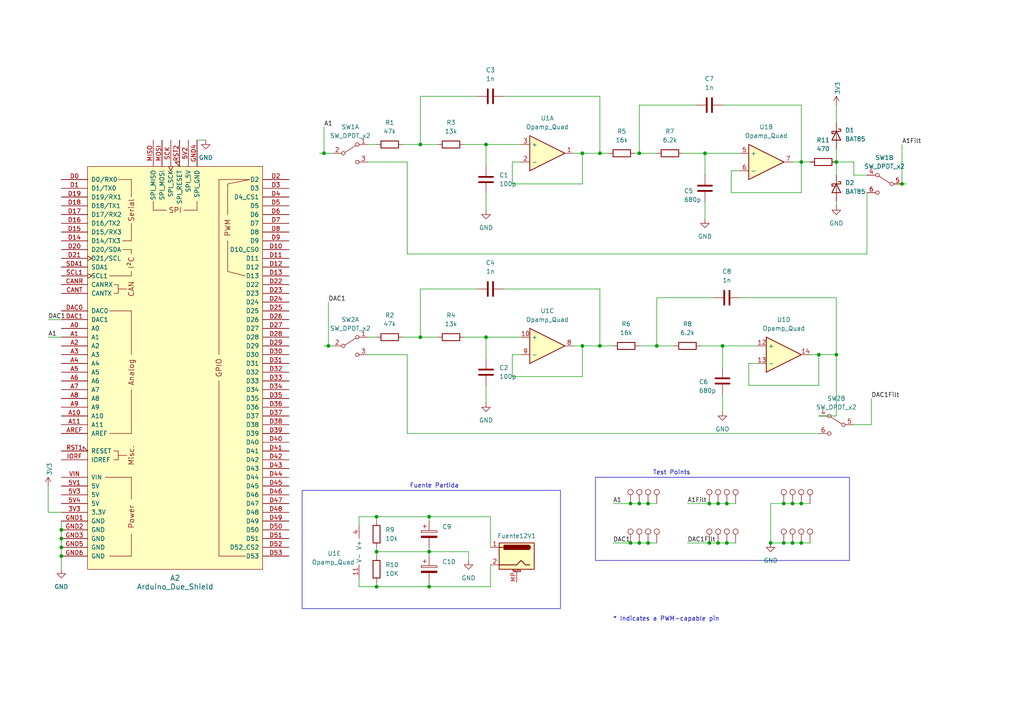
<source format=kicad_sch>
(kicad_sch (version 20231120) (generator "eeschema") (generator_version "8.0")
  (paper "A4")
  (title_block (date "mar. 31 mars 2015"))
  (lib_symbols
    (symbol "Connector:Barrel_Jack_MountingPin" (pin_names hide)
      (property "Reference" "J" (at 0 5.334 0))
      (property "Value" "Barrel_Jack_MountingPin" (at 1.27 -6.35 0))
      (symbol "Barrel_Jack_MountingPin_0_1"
        (rectangle (start -5.08 3.81) (end 5.08 -3.81) (stroke (width 0.254)) (fill (type background)))
        (arc (start -3.302 3.175) (mid -3.9343 2.54) (end -3.302 1.905) (stroke (width 0.254)))
        (arc (start -3.302 3.175) (mid -3.9343 2.54) (end -3.302 1.905) (stroke (width 0.254)) (fill (type outline)))
        (polyline (pts (xy 5.08 2.54) (xy 3.81 2.54)) (stroke (width 0.254)))
        (polyline (pts (xy -3.81 -2.54) (xy -2.54 -2.54) (xy -1.27 -1.27) (xy 0 -2.54) (xy 2.54 -2.54) (xy 5.08 -2.54)) (stroke (width 0.254)))
        (rectangle (start 3.683 3.175) (end -3.302 1.905) (stroke (width 0.254)) (fill (type outline)))
      )
      (symbol "Barrel_Jack_MountingPin_1_1"
        (polyline (pts (xy -1.016 -4.572) (xy 1.016 -4.572)) (stroke (width 0.1524)))
        (text "Mounting" (at 0 -4.191 0) (effects (font (size 0.381 0.381))))
        (pin passive line (at 7.62 2.54 180) (length 2.54) (name "~") (number "1"))
        (pin passive line (at 7.62 -2.54 180) (length 2.54) (name "~") (number "2"))
        (pin passive line (at 0 -7.62 90) (length 3.048) (name "MountPin") (number "MP"))
      )
    )
    (symbol "Connector:TestPoint" (pin_numbers hide) (pin_names (offset 0.762) hide)
      (property "Reference" "TP" (at 0 6.858 0))
      (property "Value" "TestPoint" (at 0 5.08 0))
      (symbol "TestPoint_0_1"
        (circle (center 0 3.302) (radius 0.762))
      )
      (symbol "TestPoint_1_1"
        (pin passive line (at 0 0 90) (length 2.54) (name "1") (number "1"))
      )
    )
    (symbol "Device:C" (pin_numbers hide) (pin_names (offset 0.254))
      (property "Reference" "C" (at 0.635 2.54 0))
      (property "Value" "C" (at 0.635 -2.54 0))
      (symbol "C_0_1"
        (polyline (pts (xy -2.032 -0.762) (xy 2.032 -0.762)) (stroke (width 0.508)))
        (polyline (pts (xy -2.032 0.762) (xy 2.032 0.762)) (stroke (width 0.508)))
      )
      (symbol "C_1_1"
        (pin passive line (at 0 3.81 270) (length 2.794) (name "~") (number "1"))
        (pin passive line (at 0 -3.81 90) (length 2.794) (name "~") (number "2"))
      )
    )
    (symbol "Device:C_Polarized" (pin_numbers hide) (pin_names (offset 0.254))
      (property "Reference" "C" (at 0.635 2.54 0))
      (property "Value" "C_Polarized" (at 0.635 -2.54 0))
      (symbol "C_Polarized_0_1"
        (rectangle (start -2.286 0.508) (end 2.286 1.016))
        (polyline (pts (xy -1.778 2.286) (xy -0.762 2.286)))
        (polyline (pts (xy -1.27 2.794) (xy -1.27 1.778)))
        (rectangle (start 2.286 -0.508) (end -2.286 -1.016) (fill (type outline)))
      )
      (symbol "C_Polarized_1_1"
        (pin passive line (at 0 3.81 270) (length 2.794) (name "~") (number "1"))
        (pin passive line (at 0 -3.81 90) (length 2.794) (name "~") (number "2"))
      )
    )
    (symbol "Device:Opamp_Quad"
      (property "Reference" "U" (at 0 5.08 0))
      (property "Value" "Opamp_Quad" (at 0 -5.08 0))
      (symbol "Opamp_Quad_1_1"
        (polyline (pts (xy -5.08 5.08) (xy 5.08 0) (xy -5.08 -5.08) (xy -5.08 5.08)) (stroke (width 0.254)) (fill (type background)))
        (pin output line (at 7.62 0 180) (length 2.54) (name "~") (number "1"))
        (pin input line (at -7.62 -2.54 0) (length 2.54) (name "-") (number "2"))
        (pin input line (at -7.62 2.54 0) (length 2.54) (name "+") (number "3"))
      )
      (symbol "Opamp_Quad_2_1"
        (polyline (pts (xy -5.08 5.08) (xy 5.08 0) (xy -5.08 -5.08) (xy -5.08 5.08)) (stroke (width 0.254)) (fill (type background)))
        (pin input line (at -7.62 2.54 0) (length 2.54) (name "+") (number "5"))
        (pin input line (at -7.62 -2.54 0) (length 2.54) (name "-") (number "6"))
        (pin output line (at 7.62 0 180) (length 2.54) (name "~") (number "7"))
      )
      (symbol "Opamp_Quad_3_1"
        (polyline (pts (xy -5.08 5.08) (xy 5.08 0) (xy -5.08 -5.08) (xy -5.08 5.08)) (stroke (width 0.254)) (fill (type background)))
        (pin input line (at -7.62 2.54 0) (length 2.54) (name "+") (number "10"))
        (pin output line (at 7.62 0 180) (length 2.54) (name "~") (number "8"))
        (pin input line (at -7.62 -2.54 0) (length 2.54) (name "-") (number "9"))
      )
      (symbol "Opamp_Quad_4_1"
        (polyline (pts (xy -5.08 5.08) (xy 5.08 0) (xy -5.08 -5.08) (xy -5.08 5.08)) (stroke (width 0.254)) (fill (type background)))
        (pin input line (at -7.62 2.54 0) (length 2.54) (name "+") (number "12"))
        (pin input line (at -7.62 -2.54 0) (length 2.54) (name "-") (number "13"))
        (pin output line (at 7.62 0 180) (length 2.54) (name "~") (number "14"))
      )
      (symbol "Opamp_Quad_5_1"
        (pin power_in line (at -2.54 -7.62 90) (length 3.81) (name "V-") (number "11"))
        (pin power_in line (at -2.54 7.62 270) (length 3.81) (name "V+") (number "4"))
      )
    )
    (symbol "Device:R" (pin_numbers hide) (pin_names (offset 0))
      (property "Reference" "R" (at 2.032 0 90))
      (property "Value" "R" (at 0 0 90))
      (symbol "R_0_1"
        (rectangle (start -1.016 -2.54) (end 1.016 2.54) (stroke (width 0.254)))
      )
      (symbol "R_1_1"
        (pin passive line (at 0 3.81 270) (length 1.27) (name "~") (number "1"))
        (pin passive line (at 0 -3.81 90) (length 1.27) (name "~") (number "2"))
      )
    )
    (symbol "Diode:BAT85" (pin_numbers hide) (pin_names (offset 1.016) hide)
      (property "Reference" "D" (at 0 2.54 0))
      (property "Value" "BAT85" (at 0 -2.54 0))
      (symbol "BAT85_0_1"
        (polyline (pts (xy 1.27 0) (xy -1.27 0)))
        (polyline (pts (xy 1.27 1.27) (xy 1.27 -1.27) (xy -1.27 0) (xy 1.27 1.27)) (stroke (width 0.254)))
        (polyline (pts (xy -1.905 0.635) (xy -1.905 1.27) (xy -1.27 1.27) (xy -1.27 -1.27) (xy -0.635 -1.27) (xy -0.635 -0.635)) (stroke (width 0.254)))
      )
      (symbol "BAT85_1_1"
        (pin passive line (at -3.81 0 0) (length 2.54) (name "K") (number "1"))
        (pin passive line (at 3.81 0 180) (length 2.54) (name "A") (number "2"))
      )
    )
    (symbol "PCM_arduino-library:Arduino_Due_Shield" (pin_names (offset 1.016))
      (property "Reference" "A" (at 0 -62.23 0))
      (property "Value" "Arduino_Due_Shield" (at 0 -66.04 0))
      (symbol "Arduino_Due_Shield_0_0"
        (rectangle (start -25.4 -58.42) (end 25.4 58.42) (fill (type background)))
        (rectangle (start -20.32 -31.75) (end -12.7 -31.75))
        (rectangle (start -19.05 -54.61) (end -12.7 -54.61))
        (rectangle (start -19.05 -19.05) (end -12.7 -19.05))
        (rectangle (start -19.05 16.51) (end -12.7 16.51))
        (rectangle (start -19.05 26.67) (end -12.7 26.67))
        (rectangle (start -17.78 -26.67) (end -16.51 -26.67))
        (rectangle (start -17.78 -24.13) (end -16.51 -24.13))
        (rectangle (start -17.78 21.59) (end -16.51 21.59))
        (rectangle (start -17.78 24.13) (end -16.51 24.13))
        (rectangle (start -16.51 -25.4) (end -13.97 -25.4))
        (rectangle (start -16.51 -24.13) (end -16.51 -26.67))
        (rectangle (start -16.51 22.86) (end -13.97 22.86))
        (rectangle (start -16.51 24.13) (end -16.51 21.59))
        (rectangle (start -16.51 54.61) (end -12.7 54.61))
        (rectangle (start -15.24 34.29) (end -12.7 34.29))
        (rectangle (start -15.24 36.83) (end -12.7 36.83))
        (rectangle (start -12.7 -54.61) (end -12.7 -48.26))
        (rectangle (start -12.7 -31.75) (end -12.7 -38.1))
        (rectangle (start -12.7 -6.35) (end -12.7 -19.05))
        (rectangle (start -12.7 16.51) (end -12.7 3.81))
        (rectangle (start -12.7 26.67) (end -12.7 27.94))
        (rectangle (start -12.7 34.29) (end -12.7 33.02))
        (rectangle (start -12.7 41.91) (end -12.7 36.83))
        (rectangle (start -12.7 49.53) (end -12.7 54.61))
        (rectangle (start -6.35 48.26) (end -6.35 45.72))
        (rectangle (start -2.54 45.72) (end -6.35 45.72))
        (polyline (pts (xy 12.7 -54.61) (xy 20.32 -54.61)))
        (polyline (pts (xy 21.59 54.61) (xy 12.7 54.61)))
        (polyline (pts (xy 15.24 44.45) (xy 15.24 53.34) (xy 21.59 54.61)))
        (polyline (pts (xy 20.32 26.67) (xy 15.24 27.94) (xy 15.24 36.83)))
        (rectangle (start 6.35 45.72) (end 2.54 45.72))
        (rectangle (start 6.35 48.26) (end 6.35 45.72))
        (text "Analog" (at -12.7 -1.27 900) (effects (font (size 1.524 1.524))))
        (text "CAN" (at -12.7 22.86 900) (effects (font (size 1.524 1.524))))
        (text "I²C" (at -12.7 30.48 900) (effects (font (size 1.524 1.524))))
        (text "Misc." (at -12.7 -25.4 900) (effects (font (size 1.524 1.524))))
        (text "Power" (at -12.7 -43.18 900) (effects (font (size 1.524 1.524))))
        (text "PWM" (at 15.24 40.64 900) (effects (font (size 1.524 1.524))))
        (text "Serial" (at -12.7 45.72 900) (effects (font (size 1.524 1.524))))
        (text "SPI" (at 0 45.72 0) (effects (font (size 1.524 1.524))))
      )
      (symbol "Arduino_Due_Shield_1_0"
        (rectangle (start 12.7 -54.61) (end 12.7 -3.81))
        (rectangle (start 12.7 54.61) (end 12.7 3.81))
        (text "GPIO" (at 12.7 0 900) (effects (font (size 1.524 1.524))))
      )
      (symbol "Arduino_Due_Shield_1_1"
        (pin power_out line (at -33.02 -41.91 0) (length 7.62) (name "3.3V") (number "3V3"))
        (pin power_in line (at -33.02 -34.29 0) (length 7.62) (name "5V") (number "5V1"))
        (pin power_in line (at 3.81 66.04 270) (length 7.62) (name "SPI_5V") (number "5V2"))
        (pin power_in line (at -33.02 -36.83 0) (length 7.62) (name "5V") (number "5V3"))
        (pin power_in line (at -33.02 -39.37 0) (length 7.62) (name "5V") (number "5V4"))
        (pin bidirectional line (at -33.02 11.43 0) (length 7.62) (name "A0") (number "A0"))
        (pin bidirectional line (at -33.02 8.89 0) (length 7.62) (name "A1") (number "A1"))
        (pin bidirectional line (at -33.02 -13.97 0) (length 7.62) (name "A10") (number "A10"))
        (pin bidirectional line (at -33.02 -16.51 0) (length 7.62) (name "A11") (number "A11"))
        (pin bidirectional line (at -33.02 6.35 0) (length 7.62) (name "A2") (number "A2"))
        (pin bidirectional line (at -33.02 3.81 0) (length 7.62) (name "A3") (number "A3"))
        (pin bidirectional line (at -33.02 1.27 0) (length 7.62) (name "A4") (number "A4"))
        (pin bidirectional line (at -33.02 -1.27 0) (length 7.62) (name "A5") (number "A5"))
        (pin bidirectional line (at -33.02 -3.81 0) (length 7.62) (name "A6") (number "A6"))
        (pin bidirectional line (at -33.02 -6.35 0) (length 7.62) (name "A7") (number "A7"))
        (pin bidirectional line (at -33.02 -8.89 0) (length 7.62) (name "A8") (number "A8"))
        (pin bidirectional line (at -33.02 -11.43 0) (length 7.62) (name "A9") (number "A9"))
        (pin input line (at -33.02 -19.05 0) (length 7.62) (name "AREF") (number "AREF"))
        (pin bidirectional line (at -33.02 24.13 0) (length 7.62) (name "CANRX") (number "CANR"))
        (pin bidirectional line (at -33.02 21.59 0) (length 7.62) (name "CANTX") (number "CANT"))
        (pin bidirectional line (at -33.02 54.61 0) (length 7.62) (name "D0/RX0") (number "D0"))
        (pin bidirectional line (at -33.02 52.07 0) (length 7.62) (name "D1/TX0") (number "D1"))
        (pin bidirectional line (at 33.02 34.29 180) (length 7.62) (name "D10_CS0") (number "D10"))
        (pin bidirectional line (at 33.02 31.75 180) (length 7.62) (name "D11") (number "D11"))
        (pin bidirectional line (at 33.02 29.21 180) (length 7.62) (name "D12") (number "D12"))
        (pin bidirectional line (at 33.02 26.67 180) (length 7.62) (name "D13") (number "D13"))
        (pin bidirectional line (at -33.02 36.83 0) (length 7.62) (name "D14/TX3") (number "D14"))
        (pin bidirectional line (at -33.02 39.37 0) (length 7.62) (name "D15/RX3") (number "D15"))
        (pin bidirectional line (at -33.02 41.91 0) (length 7.62) (name "D16/TX2") (number "D16"))
        (pin bidirectional line (at -33.02 44.45 0) (length 7.62) (name "D17/RX2") (number "D17"))
        (pin bidirectional line (at -33.02 46.99 0) (length 7.62) (name "D18/TX1") (number "D18"))
        (pin bidirectional line (at -33.02 49.53 0) (length 7.62) (name "D19/RX1") (number "D19"))
        (pin bidirectional line (at 33.02 54.61 180) (length 7.62) (name "D2") (number "D2"))
        (pin bidirectional line (at -33.02 34.29 0) (length 7.62) (name "D20/SDA") (number "D20"))
        (pin bidirectional clock (at -33.02 31.75 0) (length 7.62) (name "D21/SCL") (number "D21"))
        (pin bidirectional line (at 33.02 24.13 180) (length 7.62) (name "D22") (number "D22"))
        (pin bidirectional line (at 33.02 21.59 180) (length 7.62) (name "D23") (number "D23"))
        (pin bidirectional line (at 33.02 19.05 180) (length 7.62) (name "D24") (number "D24"))
        (pin bidirectional line (at 33.02 16.51 180) (length 7.62) (name "D25") (number "D25"))
        (pin bidirectional line (at 33.02 13.97 180) (length 7.62) (name "D26") (number "D26"))
        (pin bidirectional line (at 33.02 11.43 180) (length 7.62) (name "D27") (number "D27"))
        (pin bidirectional line (at 33.02 8.89 180) (length 7.62) (name "D28") (number "D28"))
        (pin bidirectional line (at 33.02 6.35 180) (length 7.62) (name "D29") (number "D29"))
        (pin bidirectional line (at 33.02 52.07 180) (length 7.62) (name "D3") (number "D3"))
        (pin bidirectional line (at 33.02 3.81 180) (length 7.62) (name "D30") (number "D30"))
        (pin bidirectional line (at 33.02 1.27 180) (length 7.62) (name "D31") (number "D31"))
        (pin bidirectional line (at 33.02 -1.27 180) (length 7.62) (name "D32") (number "D32"))
        (pin bidirectional line (at 33.02 -3.81 180) (length 7.62) (name "D33") (number "D33"))
        (pin bidirectional line (at 33.02 -6.35 180) (length 7.62) (name "D34") (number "D34"))
        (pin bidirectional line (at 33.02 -8.89 180) (length 7.62) (name "D35") (number "D35"))
        (pin bidirectional line (at 33.02 -11.43 180) (length 7.62) (name "D36") (number "D36"))
        (pin bidirectional line (at 33.02 -13.97 180) (length 7.62) (name "D37") (number "D37"))
        (pin bidirectional line (at 33.02 -16.51 180) (length 7.62) (name "D38") (number "D38"))
        (pin bidirectional line (at 33.02 -19.05 180) (length 7.62) (name "D39") (number "D39"))
        (pin bidirectional line (at 33.02 49.53 180) (length 7.62) (name "D4_CS1") (number "D4"))
        (pin bidirectional line (at 33.02 -21.59 180) (length 7.62) (name "D40") (number "D40"))
        (pin bidirectional line (at 33.02 -24.13 180) (length 7.62) (name "D41") (number "D41"))
        (pin bidirectional line (at 33.02 -26.67 180) (length 7.62) (name "D42") (number "D42"))
        (pin bidirectional line (at 33.02 -29.21 180) (length 7.62) (name "D43") (number "D43"))
        (pin bidirectional line (at 33.02 -31.75 180) (length 7.62) (name "D44") (number "D44"))
        (pin bidirectional line (at 33.02 -34.29 180) (length 7.62) (name "D45") (number "D45"))
        (pin bidirectional line (at 33.02 -36.83 180) (length 7.62) (name "D46") (number "D46"))
        (pin bidirectional line (at 33.02 -39.37 180) (length 7.62) (name "D47") (number "D47"))
        (pin bidirectional line (at 33.02 -41.91 180) (length 7.62) (name "D48") (number "D48"))
        (pin bidirectional line (at 33.02 -44.45 180) (length 7.62) (name "D49") (number "D49"))
        (pin bidirectional line (at 33.02 46.99 180) (length 7.62) (name "D5") (number "D5"))
        (pin bidirectional line (at 33.02 -46.99 180) (length 7.62) (name "D50") (number "D50"))
        (pin bidirectional line (at 33.02 -49.53 180) (length 7.62) (name "D51") (number "D51"))
        (pin bidirectional line (at 33.02 -52.07 180) (length 7.62) (name "D52_CS2") (number "D52"))
        (pin bidirectional line (at 33.02 -54.61 180) (length 7.62) (name "D53") (number "D53"))
        (pin bidirectional line (at 33.02 44.45 180) (length 7.62) (name "D6") (number "D6"))
        (pin bidirectional line (at 33.02 41.91 180) (length 7.62) (name "D7") (number "D7"))
        (pin bidirectional line (at 33.02 39.37 180) (length 7.62) (name "D8") (number "D8"))
        (pin bidirectional line (at 33.02 36.83 180) (length 7.62) (name "D9") (number "D9"))
        (pin bidirectional line (at -33.02 16.51 0) (length 7.62) (name "DAC0") (number "DAC0"))
        (pin bidirectional line (at -33.02 13.97 0) (length 7.62) (name "DAC1") (number "DAC1"))
        (pin power_in line (at -33.02 -44.45 0) (length 7.62) (name "GND") (number "GND1"))
        (pin power_in line (at -33.02 -46.99 0) (length 7.62) (name "GND") (number "GND2"))
        (pin power_in line (at -33.02 -49.53 0) (length 7.62) (name "GND") (number "GND3"))
        (pin power_in line (at 6.35 66.04 270) (length 7.62) (name "SPI_GND") (number "GND4"))
        (pin power_in line (at -33.02 -52.07 0) (length 7.62) (name "GND") (number "GND5"))
        (pin power_in line (at -33.02 -54.61 0) (length 7.62) (name "GND") (number "GND6"))
        (pin output line (at -33.02 -26.67 0) (length 7.62) (name "IOREF") (number "IORF"))
        (pin input line (at -6.35 66.04 270) (length 7.62) (name "SPI_MISO") (number "MISO"))
        (pin output line (at -3.81 66.04 270) (length 7.62) (name "SPI_MOSI") (number "MOSI"))
        (pin open_collector input_low (at -33.02 -24.13 0) (length 7.62) (name "RESET") (number "RST1"))
        (pin open_collector input_low (at 1.27 66.04 270) (length 7.62) (name "SPI_RESET") (number "RST2"))
        (pin output clock (at -1.27 66.04 270) (length 7.62) (name "SPI_SCK") (number "SCK"))
        (pin bidirectional clock (at -33.02 26.67 0) (length 7.62) (name "SCL1") (number "SCL1"))
        (pin bidirectional line (at -33.02 29.21 0) (length 7.62) (name "SDA1") (number "SDA1"))
        (pin power_in line (at -33.02 -31.75 0) (length 7.62) (name "VIN") (number "VIN"))
      )
    )
    (symbol "Switch:SW_DPDT_x2" (pin_names (offset 0) hide)
      (property "Reference" "SW" (at 0 4.318 0))
      (property "Value" "SW_DPDT_x2" (at 0 -5.08 0))
      (symbol "SW_DPDT_x2_0_0"
        (circle (center -2.032 0) (radius 0.508))
        (circle (center 2.032 -2.54) (radius 0.508))
      )
      (symbol "SW_DPDT_x2_0_1"
        (polyline (pts (xy -1.524 0.254) (xy 1.651 2.286)))
        (circle (center 2.032 2.54) (radius 0.508))
      )
      (symbol "SW_DPDT_x2_1_1"
        (pin passive line (at 5.08 2.54 180) (length 2.54) (name "A") (number "1"))
        (pin passive line (at -5.08 0 0) (length 2.54) (name "B") (number "2"))
        (pin passive line (at 5.08 -2.54 180) (length 2.54) (name "C") (number "3"))
      )
      (symbol "SW_DPDT_x2_2_1"
        (pin passive line (at 5.08 2.54 180) (length 2.54) (name "A") (number "4"))
        (pin passive line (at -5.08 0 0) (length 2.54) (name "B") (number "5"))
        (pin passive line (at 5.08 -2.54 180) (length 2.54) (name "C") (number "6"))
      )
    )
    (symbol "power:GND" (power) (pin_names (offset 0))
      (property "Value" "GND" (at 0 -3.81 0))
      (symbol "GND_0_1"
        (polyline (pts (xy 0 0) (xy 0 -1.27) (xy 1.27 -1.27) (xy 0 -2.54) (xy -1.27 -1.27) (xy 0 -1.27)))
      )
      (symbol "GND_1_1"
        (pin power_in line (at 0 0 270) (length 0) hide (name "GND") (number "1"))
      )
    )
    (symbol "power:VCC" (power) (pin_names (offset 0))
      (property "Value" "VCC" (at 0 3.81 0))
      (symbol "VCC_0_1"
        (polyline (pts (xy -0.762 1.27) (xy 0 2.54)))
        (polyline (pts (xy 0 0) (xy 0 2.54)))
        (polyline (pts (xy 0 2.54) (xy 0.762 1.27)))
      )
      (symbol "VCC_1_1"
        (pin power_in line (at 0 0 90) (length 0) hide (name "VCC") (number "1"))
      )
    )
  )
  (junction (at 232.41 146.05))
  (junction (at 223.52 157.48))
  (junction (at 205.74 146.05))
  (junction (at 242.57 46.99))
  (junction (at 185.42 146.05))
  (junction (at 93.98 44.45))
  (junction (at 17.78 158.75))
  (junction (at 210.82 157.48))
  (junction (at 232.41 46.99))
  (junction (at 242.57 102.87))
  (junction (at 182.88 146.05))
  (junction (at 210.82 146.05))
  (junction (at 209.55 100.33))
  (junction (at 227.33 157.48))
  (junction (at 124.46 160.02))
  (junction (at 187.96 146.05))
  (junction (at 109.22 149.86))
  (junction (at 227.33 146.05))
  (junction (at 124.46 149.86))
  (junction (at 124.46 170.18))
  (junction (at 121.92 41.91))
  (junction (at 205.74 157.48))
  (junction (at 187.96 157.48))
  (junction (at 95.25 100.33))
  (junction (at 17.78 156.21))
  (junction (at 204.47 44.45))
  (junction (at 229.87 146.05))
  (junction (at 17.78 153.67))
  (junction (at 121.92 97.79))
  (junction (at 208.28 146.05))
  (junction (at 17.78 161.29))
  (junction (at 109.22 160.02))
  (junction (at 261.62 53.34))
  (junction (at 140.97 97.79))
  (junction (at 229.87 157.48))
  (junction (at 168.91 100.33))
  (junction (at 190.5 100.33))
  (junction (at 232.41 157.48))
  (junction (at 173.99 100.33))
  (junction (at 237.49 102.87))
  (junction (at 109.22 170.18))
  (junction (at 140.97 41.91))
  (junction (at 208.28 157.48))
  (junction (at 182.88 157.48))
  (junction (at 185.42 157.48))
  (junction (at 173.99 44.45))
  (junction (at 185.42 44.45))
  (junction (at 168.91 44.45))
  (wire (pts (xy 17.78 151.13) (xy 17.78 153.67)))
  (wire (pts (xy 242.57 120.65) (xy 237.49 120.65)))
  (wire (pts (xy 214.63 86.36) (xy 242.57 86.36)))
  (wire (pts (xy 217.17 105.41) (xy 217.17 111.76)))
  (wire (pts (xy 124.46 170.18) (xy 142.24 170.18)))
  (wire (pts (xy 223.52 146.05) (xy 227.33 146.05)))
  (wire (pts (xy 151.13 46.99) (xy 148.59 46.99)))
  (wire (pts (xy 205.74 146.05) (xy 208.28 146.05)))
  (wire (pts (xy 124.46 151.13) (xy 124.46 149.86)))
  (wire (pts (xy 148.59 46.99) (xy 148.59 53.34)))
  (wire (pts (xy 13.97 140.97) (xy 13.97 148.59)))
  (wire (pts (xy 232.41 46.99) (xy 234.95 46.99)))
  (wire (pts (xy 210.82 146.05) (xy 213.36 146.05)))
  (wire (pts (xy 140.97 97.79) (xy 151.13 97.79)))
  (wire (pts (xy 106.68 46.99) (xy 118.11 46.99)))
  (wire (pts (xy 232.41 157.48) (xy 234.95 157.48)))
  (wire (pts (xy 209.55 100.33) (xy 219.71 100.33)))
  (wire (pts (xy 13.97 92.71) (xy 17.78 92.71)))
  (wire (pts (xy 109.22 160.02) (xy 109.22 161.29)))
  (wire (pts (xy 104.14 170.18) (xy 109.22 170.18)))
  (wire (pts (xy 209.55 100.33) (xy 209.55 106.68)))
  (wire (pts (xy 17.78 161.29) (xy 17.78 165.1)))
  (wire (pts (xy 138.43 83.82) (xy 121.92 83.82)))
  (wire (pts (xy 118.11 125.73) (xy 237.49 125.73)))
  (wire (pts (xy 199.39 146.05) (xy 205.74 146.05)))
  (wire (pts (xy 17.78 153.67) (xy 17.78 156.21)))
  (wire (pts (xy 199.39 157.48) (xy 205.74 157.48)))
  (wire (pts (xy 148.59 102.87) (xy 148.59 109.22)))
  (wire (pts (xy 140.97 41.91) (xy 151.13 41.91)))
  (wire (pts (xy 207.01 86.36) (xy 190.5 86.36)))
  (wire (pts (xy 182.88 146.05) (xy 185.42 146.05)))
  (wire (pts (xy 118.11 73.66) (xy 251.46 73.66)))
  (wire (pts (xy 168.91 109.22) (xy 168.91 100.33)))
  (wire (pts (xy 208.28 157.48) (xy 210.82 157.48)))
  (wire (pts (xy 242.57 46.99) (xy 242.57 50.8)))
  (wire (pts (xy 212.09 49.53) (xy 212.09 55.88)))
  (wire (pts (xy 173.99 27.94) (xy 173.99 44.45)))
  (wire (pts (xy 124.46 160.02) (xy 124.46 161.29)))
  (wire (pts (xy 227.33 157.48) (xy 229.87 157.48)))
  (wire (pts (xy 142.24 149.86) (xy 142.24 158.75)))
  (wire (pts (xy 138.43 27.94) (xy 121.92 27.94)))
  (wire (pts (xy 168.91 100.33) (xy 166.37 100.33)))
  (wire (pts (xy 140.97 55.88) (xy 140.97 60.96)))
  (wire (pts (xy 187.96 157.48) (xy 190.5 157.48)))
  (wire (pts (xy 261.62 53.34) (xy 262.89 53.34)))
  (wire (pts (xy 173.99 44.45) (xy 168.91 44.45)))
  (wire (pts (xy 124.46 168.91) (xy 124.46 170.18)))
  (wire (pts (xy 227.33 146.05) (xy 229.87 146.05)))
  (wire (pts (xy 261.62 41.91) (xy 261.62 53.34)))
  (wire (pts (xy 104.14 149.86) (xy 109.22 149.86)))
  (wire (pts (xy 219.71 105.41) (xy 217.17 105.41)))
  (wire (pts (xy 134.62 41.91) (xy 140.97 41.91)))
  (wire (pts (xy 247.65 50.8) (xy 247.65 46.99)))
  (wire (pts (xy 173.99 44.45) (xy 176.53 44.45)))
  (wire (pts (xy 229.87 157.48) (xy 232.41 157.48)))
  (wire (pts (xy 251.46 73.66) (xy 251.46 55.88)))
  (wire (pts (xy 190.5 86.36) (xy 190.5 100.33)))
  (wire (pts (xy 104.14 170.18) (xy 104.14 167.64)))
  (wire (pts (xy 204.47 58.42) (xy 204.47 63.5)))
  (wire (pts (xy 184.15 44.45) (xy 185.42 44.45)))
  (wire (pts (xy 116.84 97.79) (xy 121.92 97.79)))
  (wire (pts (xy 95.25 87.63) (xy 95.25 100.33)))
  (wire (pts (xy 242.57 46.99) (xy 247.65 46.99)))
  (wire (pts (xy 247.65 123.19) (xy 252.73 123.19)))
  (wire (pts (xy 209.55 30.48) (xy 232.41 30.48)))
  (wire (pts (xy 151.13 102.87) (xy 148.59 102.87)))
  (wire (pts (xy 93.98 36.83) (xy 93.98 44.45)))
  (wire (pts (xy 242.57 43.18) (xy 242.57 46.99)))
  (wire (pts (xy 106.68 102.87) (xy 118.11 102.87)))
  (wire (pts (xy 173.99 83.82) (xy 173.99 100.33)))
  (wire (pts (xy 205.74 157.48) (xy 208.28 157.48)))
  (wire (pts (xy 95.25 100.33) (xy 96.52 100.33)))
  (wire (pts (xy 232.41 46.99) (xy 229.87 46.99)))
  (wire (pts (xy 173.99 100.33) (xy 177.8 100.33)))
  (wire (pts (xy 13.97 97.79) (xy 17.78 97.79)))
  (wire (pts (xy 168.91 53.34) (xy 168.91 44.45)))
  (wire (pts (xy 109.22 158.75) (xy 109.22 160.02)))
  (wire (pts (xy 116.84 41.91) (xy 121.92 41.91)))
  (wire (pts (xy 148.59 109.22) (xy 168.91 109.22)))
  (wire (pts (xy 232.41 55.88) (xy 232.41 46.99)))
  (wire (pts (xy 118.11 102.87) (xy 118.11 125.73)))
  (wire (pts (xy 223.52 157.48) (xy 227.33 157.48)))
  (wire (pts (xy 109.22 160.02) (xy 124.46 160.02)))
  (wire (pts (xy 190.5 100.33) (xy 195.58 100.33)))
  (wire (pts (xy 242.57 86.36) (xy 242.57 102.87)))
  (wire (pts (xy 209.55 114.3) (xy 209.55 119.38)))
  (wire (pts (xy 177.8 146.05) (xy 182.88 146.05)))
  (wire (pts (xy 247.65 50.8) (xy 251.46 50.8)))
  (wire (pts (xy 232.41 146.05) (xy 234.95 146.05)))
  (wire (pts (xy 109.22 168.91) (xy 109.22 170.18)))
  (wire (pts (xy 212.09 55.88) (xy 232.41 55.88)))
  (wire (pts (xy 135.89 162.56) (xy 135.89 160.02)))
  (wire (pts (xy 187.96 146.05) (xy 190.5 146.05)))
  (wire (pts (xy 237.49 102.87) (xy 234.95 102.87)))
  (wire (pts (xy 121.92 27.94) (xy 121.92 41.91)))
  (wire (pts (xy 210.82 157.48) (xy 213.36 157.48)))
  (wire (pts (xy 168.91 44.45) (xy 166.37 44.45)))
  (wire (pts (xy 203.2 100.33) (xy 209.55 100.33)))
  (wire (pts (xy 118.11 46.99) (xy 118.11 73.66)))
  (wire (pts (xy 93.98 100.33) (xy 95.25 100.33)))
  (wire (pts (xy 229.87 146.05) (xy 232.41 146.05)))
  (wire (pts (xy 146.05 83.82) (xy 173.99 83.82)))
  (wire (pts (xy 242.57 58.42) (xy 242.57 59.69)))
  (wire (pts (xy 182.88 157.48) (xy 185.42 157.48)))
  (wire (pts (xy 214.63 49.53) (xy 212.09 49.53)))
  (wire (pts (xy 106.68 97.79) (xy 109.22 97.79)))
  (wire (pts (xy 185.42 44.45) (xy 190.5 44.45)))
  (wire (pts (xy 252.73 115.57) (xy 252.73 123.19)))
  (wire (pts (xy 223.52 146.05) (xy 223.52 157.48)))
  (wire (pts (xy 201.93 30.48) (xy 185.42 30.48)))
  (wire (pts (xy 93.98 44.45) (xy 96.52 44.45)))
  (wire (pts (xy 135.89 160.02) (xy 124.46 160.02)))
  (wire (pts (xy 121.92 83.82) (xy 121.92 97.79)))
  (wire (pts (xy 173.99 100.33) (xy 168.91 100.33)))
  (wire (pts (xy 124.46 158.75) (xy 124.46 160.02)))
  (wire (pts (xy 17.78 156.21) (xy 17.78 158.75)))
  (wire (pts (xy 106.68 41.91) (xy 109.22 41.91)))
  (wire (pts (xy 208.28 146.05) (xy 210.82 146.05)))
  (wire (pts (xy 17.78 158.75) (xy 17.78 161.29)))
  (wire (pts (xy 109.22 149.86) (xy 124.46 149.86)))
  (wire (pts (xy 142.24 170.18) (xy 142.24 163.83)))
  (wire (pts (xy 204.47 44.45) (xy 204.47 50.8)))
  (wire (pts (xy 104.14 149.86) (xy 104.14 152.4)))
  (wire (pts (xy 146.05 27.94) (xy 173.99 27.94)))
  (wire (pts (xy 232.41 30.48) (xy 232.41 46.99)))
  (wire (pts (xy 185.42 100.33) (xy 190.5 100.33)))
  (wire (pts (xy 148.59 53.34) (xy 168.91 53.34)))
  (wire (pts (xy 17.78 148.59) (xy 13.97 148.59)))
  (wire (pts (xy 185.42 30.48) (xy 185.42 44.45)))
  (wire (pts (xy 140.97 41.91) (xy 140.97 48.26)))
  (wire (pts (xy 204.47 44.45) (xy 214.63 44.45)))
  (wire (pts (xy 134.62 97.79) (xy 140.97 97.79)))
  (wire (pts (xy 121.92 97.79) (xy 127 97.79)))
  (wire (pts (xy 242.57 120.65) (xy 242.57 102.87)))
  (wire (pts (xy 109.22 170.18) (xy 124.46 170.18)))
  (wire (pts (xy 237.49 111.76) (xy 237.49 102.87)))
  (wire (pts (xy 177.8 157.48) (xy 182.88 157.48)))
  (wire (pts (xy 109.22 151.13) (xy 109.22 149.86)))
  (wire (pts (xy 121.92 41.91) (xy 127 41.91)))
  (wire (pts (xy 242.57 30.48) (xy 242.57 35.56)))
  (wire (pts (xy 198.12 44.45) (xy 204.47 44.45)))
  (wire (pts (xy 140.97 111.76) (xy 140.97 116.84)))
  (wire (pts (xy 57.15 40.64) (xy 59.69 40.64)))
  (wire (pts (xy 124.46 149.86) (xy 142.24 149.86)))
  (wire (pts (xy 217.17 111.76) (xy 237.49 111.76)))
  (wire (pts (xy 140.97 97.79) (xy 140.97 104.14)))
  (wire (pts (xy 242.57 102.87) (xy 237.49 102.87)))
  (wire (pts (xy 92.71 44.45) (xy 93.98 44.45)))
  (wire (pts (xy 185.42 157.48) (xy 187.96 157.48)))
  (wire (pts (xy 185.42 146.05) (xy 187.96 146.05)))
  (rectangle (start 172.72 138.43) (end 246.38 162.56))
  (rectangle (start 87.63 142.24) (end 162.56 176.53))
  (text "Fuente Partida" (at 125.984 140.97 0) (effects (font (size 1.27 1.27))))
  (text "* Indicates a PWM-capable pin" (at 177.8 180.34 0) (effects (font (size 1.27 1.27)) (justify left bottom)))
  (text "Test Points" (at 194.818 137.16 0) (effects (font (size 1.27 1.27))))
  (label "A1Filt" (at 199.39 146.05 0))
  (label "A1" (at 177.8 146.05 0))
  (label "A1Filt" (at 261.62 41.91 0))
  (label "A1" (at 93.98 36.83 0))
  (label "DAC1" (at 95.25 87.63 0))
  (label "DAC1Filt" (at 199.39 157.48 0))
  (label "A1" (at 13.97 97.79 0))
  (label "DAC1Filt" (at 252.73 115.57 0))
  (label "DAC1" (at 13.97 92.71 0))
  (label "DAC1" (at 177.8 157.48 0))
  (symbol (lib_id "Connector:TestPoint") (at 187.96 146.05 0) (unit 1)
    (property "Reference" "TP3" (effects (hide yes)))
    (property "Value" "TestPoint" (effects (hide yes)))
    (property "Footprint" "Connector_PinHeader_2.54mm:PinHeader_1x01_P2.54mm_Vertical" (effects (hide yes)))
    (property "Description" "test point" (effects (hide yes)))
  )
  (symbol (lib_id "power:GND") (at 140.97 60.96 0) (unit 1)
    (property "Reference" "#PWR010" (effects (hide yes)))
    (property "Value" "GND" (at 140.97 66.04 0))
  )
  (symbol (lib_id "Connector:TestPoint") (at 232.41 157.48 0) (unit 1)
    (property "Reference" "TP23" (effects (hide yes)))
    (property "Value" "TestPoint" (effects (hide yes)))
    (property "Footprint" "Connector_PinHeader_2.54mm:PinHeader_1x01_P2.54mm_Vertical" (effects (hide yes)))
    (property "Description" "test point" (effects (hide yes)))
  )
  (symbol (lib_id "Device:Opamp_Quad") (at 222.25 46.99 0) (unit 2)
    (property "Reference" "U1" (at 222.25 36.83 0))
    (property "Value" "Opamp_Quad" (at 222.25 39.37 0))
    (property "Footprint" "Package_DIP:DIP-14_W7.62mm" (effects (hide yes)))
  )
  (symbol (lib_id "PCM_arduino-library:Arduino_Due_Shield") (at 50.8 106.68 0) (unit 1)
    (property "Reference" "A2" (at 50.8 167.64 0) (effects (font (size 1.524 1.524))))
    (property "Value" "Arduino_Due_Shield" (at 50.8 170.18 0) (effects (font (size 1.524 1.524))))
    (property "Footprint" "PCM_arduino-library:Arduino_Due_Shield" (effects (hide yes)))
    (property "Datasheet" "https://docs.arduino.cc/hardware/due" (effects (hide yes)))
    (property "Description" "Shield for Arduino Due" (effects (hide yes)))
  )
  (symbol (lib_id "Device:C") (at 140.97 107.95 0) (unit 1)
    (property "Reference" "C2" (at 144.78 106.6799 0) (effects (justify left)))
    (property "Value" "100p" (at 144.78 109.2199 0) (effects (justify left)))
    (property "Footprint" "Capacitor_THT:C_Disc_D5.0mm_W2.5mm_P2.50mm" (effects (hide yes)))
  )
  (symbol (lib_id "Connector:TestPoint") (at 227.33 157.48 0) (unit 1)
    (property "Reference" "TP21" (effects (hide yes)))
    (property "Value" "TestPoint" (effects (hide yes)))
    (property "Footprint" "Connector_PinHeader_2.54mm:PinHeader_1x01_P2.54mm_Vertical" (effects (hide yes)))
    (property "Description" "test point" (effects (hide yes)))
  )
  (symbol (lib_id "Device:R") (at 113.03 97.79 90) (unit 1)
    (property "Reference" "R2" (at 113.03 91.44 90))
    (property "Value" "47k" (at 113.03 93.98 90))
    (property "Footprint" "Resistor_THT:R_Axial_DIN0207_L6.3mm_D2.5mm_P10.16mm_Horizontal" (effects (hide yes)))
  )
  (symbol (lib_id "Device:R") (at 113.03 41.91 90) (unit 1)
    (property "Reference" "R1" (at 113.03 35.56 90))
    (property "Value" "47k" (at 113.03 38.1 90))
    (property "Footprint" "Resistor_THT:R_Axial_DIN0207_L6.3mm_D2.5mm_P10.16mm_Horizontal" (effects (hide yes)))
  )
  (symbol (lib_id "Connector:TestPoint") (at 234.95 157.48 0) (unit 1)
    (property "Reference" "TP24" (effects (hide yes)))
    (property "Value" "TestPoint" (effects (hide yes)))
    (property "Footprint" "Connector_PinHeader_2.54mm:PinHeader_1x01_P2.54mm_Vertical" (effects (hide yes)))
    (property "Description" "test point" (effects (hide yes)))
  )
  (symbol (lib_id "Device:C") (at 142.24 83.82 90) (unit 1)
    (property "Reference" "C4" (at 142.24 76.2 90))
    (property "Value" "1n" (at 142.24 78.74 90))
    (property "Footprint" "Capacitor_THT:C_Disc_D5.0mm_W2.5mm_P2.50mm" (effects (hide yes)))
  )
  (symbol (lib_id "Connector:TestPoint") (at 185.42 157.48 0) (unit 1)
    (property "Reference" "TP6" (effects (hide yes)))
    (property "Value" "TestPoint" (effects (hide yes)))
    (property "Footprint" "Connector_PinHeader_2.54mm:PinHeader_1x01_P2.54mm_Vertical" (effects (hide yes)))
    (property "Description" "test point" (effects (hide yes)))
  )
  (symbol (lib_id "Connector:TestPoint") (at 213.36 146.05 0) (unit 1)
    (property "Reference" "TP12" (effects (hide yes)))
    (property "Value" "TestPoint" (effects (hide yes)))
    (property "Footprint" "Connector_PinHeader_2.54mm:PinHeader_1x01_P2.54mm_Vertical" (effects (hide yes)))
    (property "Description" "test point" (effects (hide yes)))
  )
  (symbol (lib_id "Device:C_Polarized") (at 124.46 165.1 0) (unit 1)
    (property "Reference" "C10" (at 128.27 162.9409 0) (effects (justify left)))
    (property "Value" "C_Polarized" (effects (hide yes)))
    (property "Footprint" "Capacitor_THT:CP_Radial_D8.0mm_P5.00mm" (effects (hide yes)))
    (property "Description" "Polarized capacitor" (effects (hide yes)))
  )
  (symbol (lib_id "Device:Opamp_Quad") (at 227.33 102.87 0) (unit 4)
    (property "Reference" "U1" (at 227.33 92.71 0))
    (property "Value" "Opamp_Quad" (at 227.33 95.25 0))
    (property "Footprint" "Package_DIP:DIP-14_W7.62mm" (effects (hide yes)))
  )
  (symbol (lib_id "Device:R") (at 130.81 41.91 90) (unit 1)
    (property "Reference" "R3" (at 130.81 35.56 90))
    (property "Value" "13k" (at 130.81 38.1 90))
    (property "Footprint" "Resistor_THT:R_Axial_DIN0207_L6.3mm_D2.5mm_P10.16mm_Horizontal" (effects (hide yes)))
  )
  (symbol (lib_id "Connector:TestPoint") (at 205.74 146.05 0) (unit 1)
    (property "Reference" "TP9" (effects (hide yes)))
    (property "Value" "TestPoint" (effects (hide yes)))
    (property "Footprint" "Connector_PinHeader_2.54mm:PinHeader_1x01_P2.54mm_Vertical" (effects (hide yes)))
    (property "Description" "test point" (effects (hide yes)))
  )
  (symbol (lib_id "power:GND") (at 59.69 40.64 0) (unit 1)
    (property "Reference" "#PWR03" (effects (hide yes)))
    (property "Value" "GND" (at 59.69 45.72 0))
  )
  (symbol (lib_id "Diode:BAT85") (at 242.57 39.37 270) (unit 1)
    (property "Reference" "D1" (at 245.11 37.7824 90) (effects (justify left)))
    (property "Value" "BAT85" (at 245.11 40.3224 90) (effects (justify left)))
    (property "Footprint" "Diode_THT:D_DO-35_SOD27_P7.62mm_Horizontal" (effects (hide yes)))
    (property "Datasheet" "https://assets.nexperia.com/documents/data-sheet/BAT85.pdf" (effects (hide yes)))
    (property "Description" "30V 0.2A Schottky barrier single diode, DO-35" (effects (hide yes)))
  )
  (symbol (lib_id "Switch:SW_DPDT_x2") (at 242.57 123.19 0) (mirror y) (unit 2)
    (property "Reference" "SW2" (at 242.57 115.57 0))
    (property "Value" "SW_DPDT_x2" (at 242.57 118.11 0))
    (property "Footprint" "Button_Switch_THT:SW_CK_JS202011CQN_DPDT_Straight" (effects (hide yes)))
  )
  (symbol (lib_id "Connector:TestPoint") (at 182.88 146.05 0) (unit 1)
    (property "Reference" "TP1" (effects (hide yes)))
    (property "Value" "TestPoint" (effects (hide yes)))
    (property "Footprint" "Connector_PinHeader_2.54mm:PinHeader_1x01_P2.54mm_Vertical" (effects (hide yes)))
    (property "Description" "test point" (effects (hide yes)))
  )
  (symbol (lib_id "Device:R") (at 194.31 44.45 90) (unit 1)
    (property "Reference" "R7" (at 194.31 38.1 90))
    (property "Value" "6.2k" (at 194.31 40.64 90))
    (property "Footprint" "Resistor_THT:R_Axial_DIN0207_L6.3mm_D2.5mm_P10.16mm_Horizontal" (effects (hide yes)))
  )
  (symbol (lib_id "Diode:BAT85") (at 242.57 54.61 270) (unit 1)
    (property "Reference" "D2" (at 245.11 53.0224 90) (effects (justify left)))
    (property "Value" "BAT85" (at 245.11 55.5624 90) (effects (justify left)))
    (property "Footprint" "Diode_THT:D_DO-35_SOD27_P7.62mm_Horizontal" (effects (hide yes)))
    (property "Datasheet" "https://assets.nexperia.com/documents/data-sheet/BAT85.pdf" (effects (hide yes)))
    (property "Description" "30V 0.2A Schottky barrier single diode, DO-35" (effects (hide yes)))
  )
  (symbol (lib_id "Connector:Barrel_Jack_MountingPin") (at 149.86 161.29 0) (mirror y) (unit 1)
    (property "Reference" "Fuente12V1" (at 149.86 155.448 0))
    (property "Value" "Barrel_Jack_MountingPin" (effects (hide yes)))
    (property "Footprint" "Connector_BarrelJack:BarrelJack_CUI_PJ-102AH_Horizontal" (effects (hide yes)))
    (property "Description" "DC Barrel Jack with a mounting pin" (effects (hide yes)))
  )
  (symbol (lib_id "Device:R") (at 130.81 97.79 90) (unit 1)
    (property "Reference" "R4" (at 130.81 91.44 90))
    (property "Value" "13k" (at 130.81 93.98 90))
    (property "Footprint" "Resistor_THT:R_Axial_DIN0207_L6.3mm_D2.5mm_P10.16mm_Horizontal" (effects (hide yes)))
  )
  (symbol (lib_id "Connector:TestPoint") (at 187.96 157.48 0) (unit 1)
    (property "Reference" "TP7" (effects (hide yes)))
    (property "Value" "TestPoint" (effects (hide yes)))
    (property "Footprint" "Connector_PinHeader_2.54mm:PinHeader_1x01_P2.54mm_Vertical" (effects (hide yes)))
    (property "Description" "test point" (effects (hide yes)))
  )
  (symbol (lib_id "Device:C_Polarized") (at 124.46 154.94 0) (unit 1)
    (property "Reference" "C9" (at 128.27 152.7809 0) (effects (justify left)))
    (property "Value" "C_Polarized" (effects (hide yes)))
    (property "Footprint" "Capacitor_THT:CP_Radial_D8.0mm_P5.00mm" (effects (hide yes)))
    (property "Description" "Polarized capacitor" (effects (hide yes)))
  )
  (symbol (lib_id "Device:R") (at 199.39 100.33 90) (unit 1)
    (property "Reference" "R8" (at 199.39 93.98 90))
    (property "Value" "6.2k" (at 199.39 96.52 90))
    (property "Footprint" "Resistor_THT:R_Axial_DIN0207_L6.3mm_D2.5mm_P10.16mm_Horizontal" (effects (hide yes)))
  )
  (symbol (lib_id "power:GND") (at 242.57 59.69 0) (unit 1)
    (property "Reference" "#PWR04" (effects (hide yes)))
    (property "Value" "GND" (at 242.57 64.77 0))
  )
  (symbol (lib_id "power:GND") (at 140.97 116.84 0) (unit 1)
    (property "Reference" "#PWR011" (effects (hide yes)))
    (property "Value" "GND" (at 140.97 121.92 0))
  )
  (symbol (lib_id "Device:R") (at 180.34 44.45 90) (unit 1)
    (property "Reference" "R5" (at 180.34 38.1 90))
    (property "Value" "16k" (at 180.34 40.64 90))
    (property "Footprint" "Resistor_THT:R_Axial_DIN0207_L6.3mm_D2.5mm_P10.16mm_Horizontal" (effects (hide yes)))
  )
  (symbol (lib_id "Device:R") (at 238.76 46.99 90) (unit 1)
    (property "Reference" "R11" (at 238.76 40.64 90))
    (property "Value" "470" (at 238.76 43.18 90))
    (property "Footprint" "Resistor_THT:R_Axial_DIN0207_L6.3mm_D2.5mm_P10.16mm_Horizontal" (effects (hide yes)))
  )
  (symbol (lib_id "Connector:TestPoint") (at 208.28 157.48 0) (unit 1)
    (property "Reference" "TP14" (effects (hide yes)))
    (property "Value" "TestPoint" (effects (hide yes)))
    (property "Footprint" "Connector_PinHeader_2.54mm:PinHeader_1x01_P2.54mm_Vertical" (effects (hide yes)))
    (property "Description" "test point" (effects (hide yes)))
  )
  (symbol (lib_id "Connector:TestPoint") (at 229.87 146.05 0) (unit 1)
    (property "Reference" "TP18" (effects (hide yes)))
    (property "Value" "TestPoint" (effects (hide yes)))
    (property "Footprint" "Connector_PinHeader_2.54mm:PinHeader_1x01_P2.54mm_Vertical" (effects (hide yes)))
    (property "Description" "test point" (effects (hide yes)))
  )
  (symbol (lib_id "Connector:TestPoint") (at 185.42 146.05 0) (unit 1)
    (property "Reference" "TP2" (effects (hide yes)))
    (property "Value" "TestPoint" (effects (hide yes)))
    (property "Footprint" "Connector_PinHeader_2.54mm:PinHeader_1x01_P2.54mm_Vertical" (effects (hide yes)))
    (property "Description" "test point" (effects (hide yes)))
  )
  (symbol (lib_id "Connector:TestPoint") (at 190.5 146.05 0) (unit 1)
    (property "Reference" "TP4" (effects (hide yes)))
    (property "Value" "TestPoint" (effects (hide yes)))
    (property "Footprint" "Connector_PinHeader_2.54mm:PinHeader_1x01_P2.54mm_Vertical" (effects (hide yes)))
    (property "Description" "test point" (effects (hide yes)))
  )
  (symbol (lib_id "Connector:TestPoint") (at 190.5 157.48 0) (unit 1)
    (property "Reference" "TP8" (effects (hide yes)))
    (property "Value" "TestPoint" (effects (hide yes)))
    (property "Footprint" "Connector_PinHeader_2.54mm:PinHeader_1x01_P2.54mm_Vertical" (effects (hide yes)))
    (property "Description" "test point" (effects (hide yes)))
  )
  (symbol (lib_id "power:GND") (at 223.52 157.48 0) (unit 1)
    (property "Reference" "#PWR06" (effects (hide yes)))
    (property "Value" "GND" (at 223.52 162.56 0))
  )
  (symbol (lib_id "Device:C") (at 204.47 54.61 0) (unit 1)
    (property "Reference" "C5" (at 198.374 55.372 0) (effects (justify left)))
    (property "Value" "680p" (at 198.374 57.912 0) (effects (justify left)))
    (property "Footprint" "Capacitor_THT:C_Disc_D5.0mm_W2.5mm_P2.50mm" (effects (hide yes)))
  )
  (symbol (lib_id "power:GND") (at 135.89 162.56 0) (mirror y) (unit 1)
    (property "Reference" "#PWR017" (effects (hide yes)))
    (property "Value" "GND" (at 135.89 167.64 0))
  )
  (symbol (lib_id "Connector:TestPoint") (at 229.87 157.48 0) (unit 1)
    (property "Reference" "TP22" (effects (hide yes)))
    (property "Value" "TestPoint" (effects (hide yes)))
    (property "Footprint" "Connector_PinHeader_2.54mm:PinHeader_1x01_P2.54mm_Vertical" (effects (hide yes)))
    (property "Description" "test point" (effects (hide yes)))
  )
  (symbol (lib_id "power:VCC") (at 242.57 30.48 0) (unit 1)
    (property "Reference" "#PWR05" (effects (hide yes)))
    (property "Value" "3V3" (at 242.951 27.432 90) (effects (justify left)))
  )
  (symbol (lib_id "Connector:TestPoint") (at 232.41 146.05 0) (unit 1)
    (property "Reference" "TP19" (effects (hide yes)))
    (property "Value" "TestPoint" (effects (hide yes)))
    (property "Footprint" "Connector_PinHeader_2.54mm:PinHeader_1x01_P2.54mm_Vertical" (effects (hide yes)))
    (property "Description" "test point" (effects (hide yes)))
  )
  (symbol (lib_id "Device:R") (at 181.61 100.33 90) (unit 1)
    (property "Reference" "R6" (at 181.61 93.98 90))
    (property "Value" "16k" (at 181.61 96.52 90))
    (property "Footprint" "Resistor_THT:R_Axial_DIN0207_L6.3mm_D2.5mm_P10.16mm_Horizontal" (effects (hide yes)))
  )
  (symbol (lib_id "Switch:SW_DPDT_x2") (at 101.6 100.33 0) (unit 1)
    (property "Reference" "SW2" (at 101.6 92.71 0))
    (property "Value" "SW_DPDT_x2" (at 101.6 95.25 0))
    (property "Footprint" "Button_Switch_THT:SW_CK_JS202011CQN_DPDT_Straight" (effects (hide yes)))
  )
  (symbol (lib_id "Device:C") (at 205.74 30.48 90) (unit 1)
    (property "Reference" "C7" (at 205.74 22.86 90))
    (property "Value" "1n" (at 205.74 25.4 90))
    (property "Footprint" "Capacitor_THT:C_Disc_D5.0mm_W2.5mm_P2.50mm" (effects (hide yes)))
  )
  (symbol (lib_id "Switch:SW_DPDT_x2") (at 101.6 44.45 0) (unit 1)
    (property "Reference" "SW1" (at 101.6 36.83 0))
    (property "Value" "SW_DPDT_x2" (at 101.6 39.37 0))
    (property "Footprint" "Button_Switch_THT:SW_CK_JS202011CQN_DPDT_Straight" (effects (hide yes)))
  )
  (symbol (lib_id "Device:C") (at 142.24 27.94 90) (unit 1)
    (property "Reference" "C3" (at 142.24 20.32 90))
    (property "Value" "1n" (at 142.24 22.86 90))
    (property "Footprint" "Capacitor_THT:C_Disc_D5.0mm_W2.5mm_P2.50mm" (effects (hide yes)))
  )
  (symbol (lib_id "Device:Opamp_Quad") (at 158.75 44.45 0) (unit 1)
    (property "Reference" "U1" (at 158.75 34.29 0))
    (property "Value" "Opamp_Quad" (at 158.75 36.83 0))
    (property "Footprint" "Package_DIP:DIP-14_W7.62mm" (effects (hide yes)))
  )
  (symbol (lib_id "Connector:TestPoint") (at 205.74 157.48 0) (unit 1)
    (property "Reference" "TP13" (effects (hide yes)))
    (property "Value" "TestPoint" (effects (hide yes)))
    (property "Footprint" "Connector_PinHeader_2.54mm:PinHeader_1x01_P2.54mm_Vertical" (effects (hide yes)))
    (property "Description" "test point" (effects (hide yes)))
  )
  (symbol (lib_id "Device:Opamp_Quad") (at 106.68 160.02 0) (unit 5)
    (property "Reference" "U1" (at 94.996 160.528 0) (effects (justify left)))
    (property "Value" "Opamp_Quad" (at 90.424 163.068 0) (effects (justify left)))
    (property "Footprint" "Package_DIP:DIP-14_W7.62mm" (effects (hide yes)))
  )
  (symbol (lib_id "Connector:TestPoint") (at 234.95 146.05 0) (unit 1)
    (property "Reference" "TP20" (effects (hide yes)))
    (property "Value" "TestPoint" (effects (hide yes)))
    (property "Footprint" "Connector_PinHeader_2.54mm:PinHeader_1x01_P2.54mm_Vertical" (effects (hide yes)))
    (property "Description" "test point" (effects (hide yes)))
  )
  (symbol (lib_id "Device:C") (at 209.55 110.49 0) (unit 1)
    (property "Reference" "C6" (at 202.692 110.744 0) (effects (justify left)))
    (property "Value" "680p" (at 202.692 113.284 0) (effects (justify left)))
    (property "Footprint" "Capacitor_THT:C_Disc_D5.0mm_W2.5mm_P2.50mm" (effects (hide yes)))
  )
  (symbol (lib_id "Connector:TestPoint") (at 208.28 146.05 0) (unit 1)
    (property "Reference" "TP10" (effects (hide yes)))
    (property "Value" "TestPoint" (effects (hide yes)))
    (property "Footprint" "Connector_PinHeader_2.54mm:PinHeader_1x01_P2.54mm_Vertical" (effects (hide yes)))
    (property "Description" "test point" (effects (hide yes)))
  )
  (symbol (lib_id "power:GND") (at 204.47 63.5 0) (unit 1)
    (property "Reference" "#PWR013" (effects (hide yes)))
    (property "Value" "GND" (at 204.47 68.58 0))
  )
  (symbol (lib_id "power:GND") (at 17.78 165.1 0) (unit 1)
    (property "Reference" "#PWR01" (effects (hide yes)))
    (property "Value" "GND" (at 17.78 170.18 0))
  )
  (symbol (lib_id "Device:Opamp_Quad") (at 158.75 100.33 0) (unit 3)
    (property "Reference" "U1" (at 158.75 90.17 0))
    (property "Value" "Opamp_Quad" (at 158.75 92.71 0))
    (property "Footprint" "Package_DIP:DIP-14_W7.62mm" (effects (hide yes)))
  )
  (symbol (lib_id "Device:R") (at 109.22 154.94 180) (unit 1)
    (property "Reference" "R9" (at 111.76 153.6699 0) (effects (justify right)))
    (property "Value" "10k" (at 111.76 156.2099 0) (effects (justify right)))
    (property "Footprint" "Resistor_THT:R_Axial_DIN0207_L6.3mm_D2.5mm_P10.16mm_Horizontal" (effects (hide yes)))
  )
  (symbol (lib_id "Switch:SW_DPDT_x2") (at 256.54 53.34 0) (mirror y) (unit 2)
    (property "Reference" "SW1" (at 256.54 45.72 0))
    (property "Value" "SW_DPDT_x2" (at 256.54 48.26 0))
    (property "Footprint" "Button_Switch_THT:SW_CK_JS202011CQN_DPDT_Straight" (effects (hide yes)))
  )
  (symbol (lib_id "Connector:TestPoint") (at 227.33 146.05 0) (unit 1)
    (property "Reference" "TP17" (effects (hide yes)))
    (property "Value" "TestPoint" (effects (hide yes)))
    (property "Footprint" "Connector_PinHeader_2.54mm:PinHeader_1x01_P2.54mm_Vertical" (effects (hide yes)))
    (property "Description" "test point" (effects (hide yes)))
  )
  (symbol (lib_id "Device:C") (at 140.97 52.07 0) (unit 1)
    (property "Reference" "C1" (at 144.78 50.7999 0) (effects (justify left)))
    (property "Value" "100p" (at 144.78 53.3399 0) (effects (justify left)))
    (property "Footprint" "Capacitor_THT:C_Disc_D5.0mm_W2.5mm_P2.50mm" (effects (hide yes)))
  )
  (symbol (lib_id "Connector:TestPoint") (at 210.82 157.48 0) (unit 1)
    (property "Reference" "TP15" (effects (hide yes)))
    (property "Value" "TestPoint" (effects (hide yes)))
    (property "Footprint" "Connector_PinHeader_2.54mm:PinHeader_1x01_P2.54mm_Vertical" (effects (hide yes)))
    (property "Description" "test point" (effects (hide yes)))
  )
  (symbol (lib_id "power:VCC") (at 13.97 140.97 0) (unit 1)
    (property "Reference" "#PWR02" (effects (hide yes)))
    (property "Value" "3V3" (at 14.351 137.922 90) (effects (justify left)))
  )
  (symbol (lib_id "Connector:TestPoint") (at 210.82 146.05 0) (unit 1)
    (property "Reference" "TP11" (effects (hide yes)))
    (property "Value" "TestPoint" (effects (hide yes)))
    (property "Footprint" "Connector_PinHeader_2.54mm:PinHeader_1x01_P2.54mm_Vertical" (effects (hide yes)))
    (property "Description" "test point" (effects (hide yes)))
  )
  (symbol (lib_id "power:GND") (at 209.55 119.38 0) (unit 1)
    (property "Reference" "#PWR014" (effects (hide yes)))
    (property "Value" "GND" (at 209.55 124.46 0))
  )
  (symbol (lib_id "Connector:TestPoint") (at 182.88 157.48 0) (unit 1)
    (property "Reference" "TP5" (effects (hide yes)))
    (property "Value" "TestPoint" (effects (hide yes)))
    (property "Footprint" "Connector_PinHeader_2.54mm:PinHeader_1x01_P2.54mm_Vertical" (effects (hide yes)))
    (property "Description" "test point" (effects (hide yes)))
  )
  (symbol (lib_id "Connector:TestPoint") (at 213.36 157.48 0) (unit 1)
    (property "Reference" "TP16" (effects (hide yes)))
    (property "Value" "TestPoint" (effects (hide yes)))
    (property "Footprint" "Connector_PinHeader_2.54mm:PinHeader_1x01_P2.54mm_Vertical" (effects (hide yes)))
    (property "Description" "test point" (effects (hide yes)))
  )
  (symbol (lib_id "Device:C") (at 210.82 86.36 90) (unit 1)
    (property "Reference" "C8" (at 210.82 78.74 90))
    (property "Value" "1n" (at 210.82 81.28 90))
    (property "Footprint" "Capacitor_THT:C_Disc_D5.0mm_W2.5mm_P2.50mm" (effects (hide yes)))
  )
  (symbol (lib_id "Device:R") (at 109.22 165.1 180) (unit 1)
    (property "Reference" "R10" (at 111.76 163.8299 0) (effects (justify right)))
    (property "Value" "10K" (at 111.76 166.3699 0) (effects (justify right)))
    (property "Footprint" "Resistor_THT:R_Axial_DIN0207_L6.3mm_D2.5mm_P10.16mm_Horizontal" (effects (hide yes)))
  )
)
</source>
